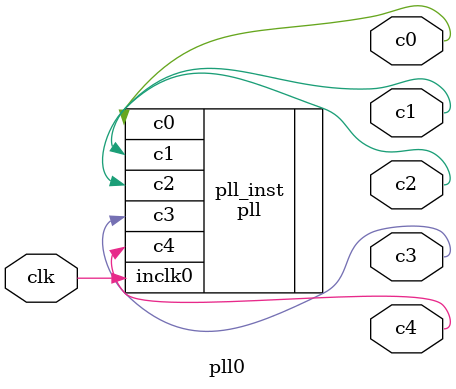
<source format=v>
module pll0(clk,c0,c1,c2,c3,c4);

input clk;
output c0,c1,c2,c3,c4;

pll	pll_inst (
	.inclk0 ( clk ),
	.c0 ( c0 ),
	.c1 ( c1 ),
	.c2 ( c2 ),
	.c3 ( c3 ),
	.c4 ( c4 )
	);
endmodule

</source>
